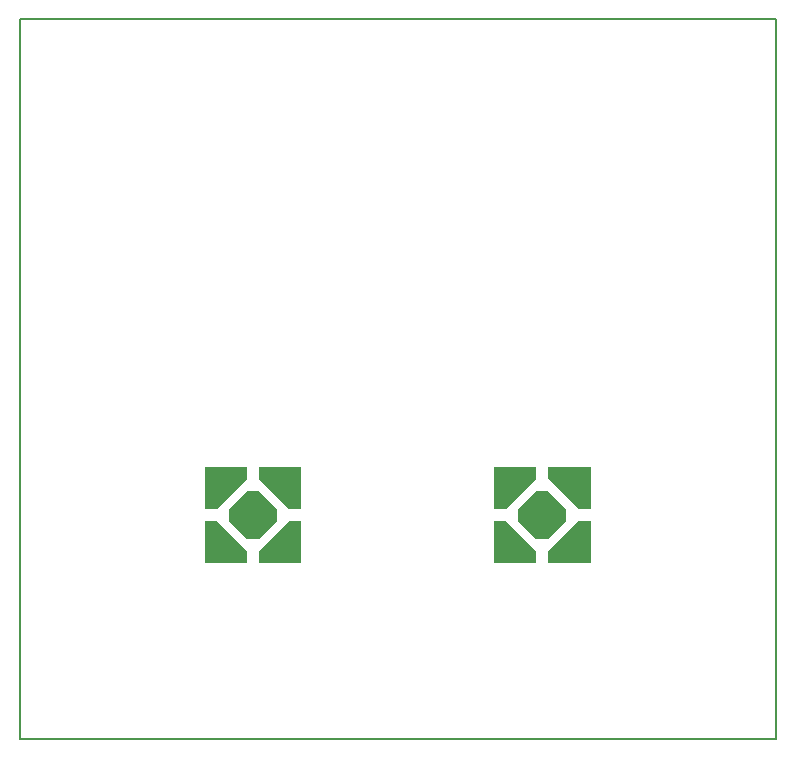
<source format=gbp>
G04*
G04 #@! TF.GenerationSoftware,Altium Limited,Altium Designer,20.0.14 (345)*
G04*
G04 Layer_Color=128*
%FSLAX44Y44*%
%MOMM*%
G71*
G01*
G75*
%ADD12C,0.1270*%
G36*
X238363Y195100D02*
X228164D01*
X202663Y220600D01*
Y230800D01*
X238363D01*
Y195100D01*
D02*
G37*
G36*
X192463Y220600D02*
X166964Y195100D01*
X156763D01*
Y230800D01*
X192463D01*
Y220600D01*
D02*
G37*
G36*
X217964Y195100D02*
Y184900D01*
X202663Y169600D01*
X192463D01*
X177164Y184900D01*
Y195100D01*
X192463Y210400D01*
X202663D01*
X217964Y195100D01*
D02*
G37*
G36*
X238363Y149200D02*
X202663D01*
Y159400D01*
X228164Y184900D01*
X238363D01*
Y149200D01*
D02*
G37*
G36*
X192463Y159400D02*
Y149200D01*
X156763D01*
Y184900D01*
X166964D01*
X192463Y159400D01*
D02*
G37*
G36*
X483363Y195100D02*
X473163D01*
X447663Y220600D01*
Y230800D01*
X483363D01*
Y195100D01*
D02*
G37*
G36*
X437463Y220600D02*
X411964Y195100D01*
X401763D01*
Y230800D01*
X437463D01*
Y220600D01*
D02*
G37*
G36*
X462963Y195100D02*
Y184900D01*
X447663Y169600D01*
X437463D01*
X422164Y184900D01*
Y195100D01*
X437463Y210400D01*
X447663D01*
X462963Y195100D01*
D02*
G37*
G36*
X483363Y149200D02*
X447663D01*
Y159400D01*
X473163Y184900D01*
X483363D01*
Y149200D01*
D02*
G37*
G36*
X437463Y159400D02*
Y149200D01*
X401763D01*
Y184900D01*
X411964D01*
X437463Y159400D01*
D02*
G37*
D12*
X640000Y610000D02*
X640000Y0D01*
X0D02*
X640000D01*
X0Y610000D02*
X640000D01*
X-0D02*
X0Y0D01*
M02*

</source>
